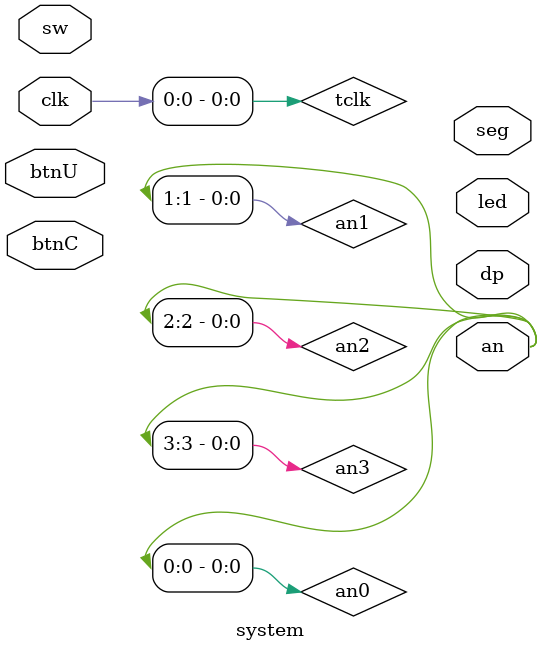
<source format=v>
`timescale 1ns / 1ps


module system(
    output [6:0] seg,
    output dp,
    output [3:0] an,
    output [7:0] led,
    input [7:0] sw,
    input btnC,
    input btnU,
    input clk

    );
    
    wire [3:0] num0;
    wire [3:0] num1;
    wire [3:0] num2;
    wire [3:0] num3;
    wire cout0,bout0,cout1,bout1,cout2,bout2,cout3,bout3;
    reg up0,up1,up2,up3;
    reg down0,down1,down2,down3;
    reg set90,set91,set92,set93;
    reg set00,set01,set02,set03;
    
//    reg [3:0] num0_reg, num1_reg, num2_reg, num3_reg;
    
//    assign num0=num0_reg;
//    assign num1=num1_reg;
//    assign num2=num2_reg;
//    assign num3=num3_reg;
    
    wire an0,an1,an2,an3;
    
    assign an={an3,an2,an1,an0};
    
    // generate divide clock
    wire targetClk;
    wire [18:0] tclk;    
    assign tclk[0]=clk;    
    genvar c;
    generate for(c=0;c<18;c=c+1)
    begin
        clockDiv fdiv(tclk[c+1], tclk[c]);
    end
    endgenerate    
    clockDiv fdivTarget(targetClk, tclk[18]);   
    // end 
    
    // sw + btn -> single pulser + divide clock
    wire [7:0] sw;
    wire [7:0] sw_sp;
    wire btnC, btnU, btnL, btnR, btnD;
    wire btnC_sp, btnU_sp, btnL_sp, btnR_sp, btnD_sp;
    generate for(c=0;c<8;c=c+1)
    begin
        singlePulser sp(sw_sp[c], sw[c], targetClk);
    end
    endgenerate
    singlePulser spBtnC(btnC_sp, btnC, targetClk);
    singlePulser spBtnU(btnU_sp, btnU, targetClk);
    singlePulser spBtnL(btnL_sp, btnL, targetClk);
    singlePulser spBtnR(btnR_sp, btnR, targetClk);
    singlePulser spBtnD(btnD_sp, btnD, targetClk);
    // end
    
endmodule

</source>
